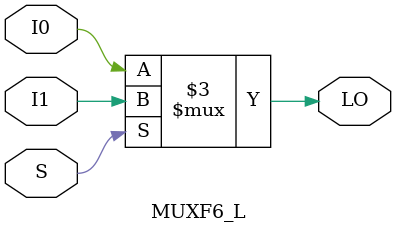
<source format=v>


`timescale  1 ps / 1 ps


module MUXF6_L (LO, I0, I1, S);

    output LO;
    reg    LO;

    input  I0, I1, S;

	always @(I0 or I1 or S) 
	    if (S)
		LO = I1;
	    else
		LO = I0;
endmodule


</source>
